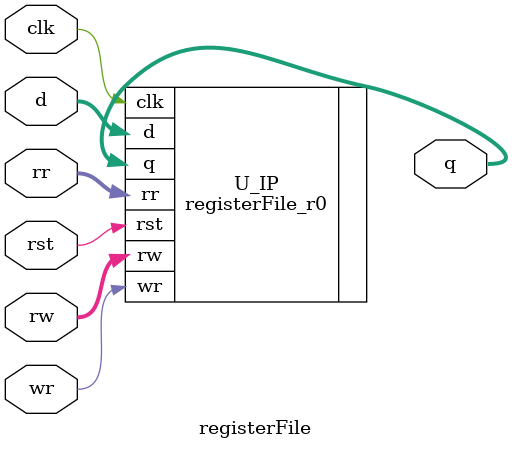
<source format=v>
/*
DESCRIPTION
Generic Register File

NOTES
	DATA_WIDTH	// word length
	RD_DEPTH	// number of parallel reads
	REG_DEPTH	// depth of the register file
	ADDR_WIDTH	// address width, operand width
	rst			// synchronous reset
	wr			// write enable
	rr			// rg read address as vecotrized array
	rw			// reg write address
	d			// input datat to be written to reg
	q			// output data from reg reads as vectorized array
	
TODO
*/

module registerFile #(
	parameter DATA_WIDTH = 32,
	parameter RD_DEPTH = 2,
	parameter REG_DEPTH = 32,
	parameter ADDR_WIDTH = log2(REG_DEPTH)
)(
	input clk,
	input rst,
	input wr,
	input [ADDR_WIDTH*RD_DEPTH - 1:0] rr,
	input [ADDR_WIDTH - 1:0] rw,
	input [DATA_WIDTH - 1:0] d,
	output [DATA_WIDTH*RD_DEPTH - 1:0] q
);

/**********
 * Internal Signals
**********/
function integer log2; //This is a macro function (no hardware created) which finds the log2, returns log2
   input [31:0] val; //input to the function
   integer 	i;
   begin
      log2 = 0;
      for(i = 0; 2**i < val; i = i + 1)
		log2 = i + 1;
   end
endfunction 

/**********
 * Glue Logic 
 **********/
/**********
 * Synchronous Logic
 **********/

/**********
 * Glue Logic 
 **********/
/**********
 * Components
 **********/
registerFile_r0 #(
	.DATA_WIDTH(DATA_WIDTH),
	.RD_DEPTH(RD_DEPTH),
	.REG_DEPTH(REG_DEPTH),
	.ADDR_WIDTH(ADDR_WIDTH)
)U_IP(
	.clk(clk),
	.rst(rst),
	.wr(wr),
	.rr(rr),
	.rw(rw),
	.d(d),
	.q(q)
);
/**********
 * Output Combinatorial Logic
 **********/
endmodule
</source>
